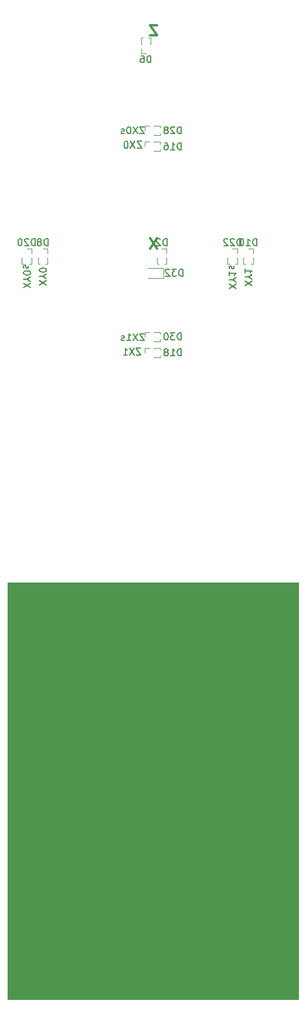
<source format=gbr>
G04 #@! TF.GenerationSoftware,KiCad,Pcbnew,(5.1.6-0)*
G04 #@! TF.CreationDate,2021-01-08T20:23:25+00:00*
G04 #@! TF.ProjectId,XMAS_Star_21,584d4153-5f53-4746-9172-5f32312e6b69,rev?*
G04 #@! TF.SameCoordinates,Original*
G04 #@! TF.FileFunction,Legend,Bot*
G04 #@! TF.FilePolarity,Positive*
%FSLAX46Y46*%
G04 Gerber Fmt 4.6, Leading zero omitted, Abs format (unit mm)*
G04 Created by KiCad (PCBNEW (5.1.6-0)) date 2021-01-08 20:23:25*
%MOMM*%
%LPD*%
G01*
G04 APERTURE LIST*
%ADD10C,0.100000*%
%ADD11C,0.150000*%
%ADD12C,0.300000*%
%ADD13C,0.120000*%
G04 APERTURE END LIST*
D10*
G36*
X120940000Y-186830000D02*
G01*
X78940000Y-186830000D01*
X78940000Y-126830000D01*
X120940000Y-126830000D01*
X120940000Y-186830000D01*
G37*
X120940000Y-186830000D02*
X78940000Y-186830000D01*
X78940000Y-126830000D01*
X120940000Y-126830000D01*
X120940000Y-186830000D01*
D11*
X98690476Y-90952380D02*
X98023809Y-90952380D01*
X98690476Y-91952380D01*
X98023809Y-91952380D01*
X97738095Y-90952380D02*
X97071428Y-91952380D01*
X97071428Y-90952380D02*
X97738095Y-91952380D01*
X96166666Y-91952380D02*
X96738095Y-91952380D01*
X96452380Y-91952380D02*
X96452380Y-90952380D01*
X96547619Y-91095238D01*
X96642857Y-91190476D01*
X96738095Y-91238095D01*
X95785714Y-91904761D02*
X95690476Y-91952380D01*
X95500000Y-91952380D01*
X95404761Y-91904761D01*
X95357142Y-91809523D01*
X95357142Y-91761904D01*
X95404761Y-91666666D01*
X95500000Y-91619047D01*
X95642857Y-91619047D01*
X95738095Y-91571428D01*
X95785714Y-91476190D01*
X95785714Y-91428571D01*
X95738095Y-91333333D01*
X95642857Y-91285714D01*
X95500000Y-91285714D01*
X95404761Y-91333333D01*
X98690476Y-61152380D02*
X98023809Y-61152380D01*
X98690476Y-62152380D01*
X98023809Y-62152380D01*
X97738095Y-61152380D02*
X97071428Y-62152380D01*
X97071428Y-61152380D02*
X97738095Y-62152380D01*
X96500000Y-61152380D02*
X96404761Y-61152380D01*
X96309523Y-61200000D01*
X96261904Y-61247619D01*
X96214285Y-61342857D01*
X96166666Y-61533333D01*
X96166666Y-61771428D01*
X96214285Y-61961904D01*
X96261904Y-62057142D01*
X96309523Y-62104761D01*
X96404761Y-62152380D01*
X96500000Y-62152380D01*
X96595238Y-62104761D01*
X96642857Y-62057142D01*
X96690476Y-61961904D01*
X96738095Y-61771428D01*
X96738095Y-61533333D01*
X96690476Y-61342857D01*
X96642857Y-61247619D01*
X96595238Y-61200000D01*
X96500000Y-61152380D01*
X95785714Y-62104761D02*
X95690476Y-62152380D01*
X95500000Y-62152380D01*
X95404761Y-62104761D01*
X95357142Y-62009523D01*
X95357142Y-61961904D01*
X95404761Y-61866666D01*
X95500000Y-61819047D01*
X95642857Y-61819047D01*
X95738095Y-61771428D01*
X95785714Y-61676190D01*
X95785714Y-61628571D01*
X95738095Y-61533333D01*
X95642857Y-61485714D01*
X95500000Y-61485714D01*
X95404761Y-61533333D01*
X111947619Y-84442857D02*
X110947619Y-83776190D01*
X111947619Y-83776190D02*
X110947619Y-84442857D01*
X111423809Y-83204761D02*
X110947619Y-83204761D01*
X111947619Y-83538095D02*
X111423809Y-83204761D01*
X111947619Y-82871428D01*
X110947619Y-82014285D02*
X110947619Y-82585714D01*
X110947619Y-82300000D02*
X111947619Y-82300000D01*
X111804761Y-82395238D01*
X111709523Y-82490476D01*
X111661904Y-82585714D01*
X110995238Y-81633333D02*
X110947619Y-81538095D01*
X110947619Y-81347619D01*
X110995238Y-81252380D01*
X111090476Y-81204761D01*
X111138095Y-81204761D01*
X111233333Y-81252380D01*
X111280952Y-81347619D01*
X111280952Y-81490476D01*
X111328571Y-81585714D01*
X111423809Y-81633333D01*
X111471428Y-81633333D01*
X111566666Y-81585714D01*
X111614285Y-81490476D01*
X111614285Y-81347619D01*
X111566666Y-81252380D01*
X82247619Y-84342857D02*
X81247619Y-83676190D01*
X82247619Y-83676190D02*
X81247619Y-84342857D01*
X81723809Y-83104761D02*
X81247619Y-83104761D01*
X82247619Y-83438095D02*
X81723809Y-83104761D01*
X82247619Y-82771428D01*
X82247619Y-82247619D02*
X82247619Y-82152380D01*
X82200000Y-82057142D01*
X82152380Y-82009523D01*
X82057142Y-81961904D01*
X81866666Y-81914285D01*
X81628571Y-81914285D01*
X81438095Y-81961904D01*
X81342857Y-82009523D01*
X81295238Y-82057142D01*
X81247619Y-82152380D01*
X81247619Y-82247619D01*
X81295238Y-82342857D01*
X81342857Y-82390476D01*
X81438095Y-82438095D01*
X81628571Y-82485714D01*
X81866666Y-82485714D01*
X82057142Y-82438095D01*
X82152380Y-82390476D01*
X82200000Y-82342857D01*
X82247619Y-82247619D01*
X81295238Y-81533333D02*
X81247619Y-81438095D01*
X81247619Y-81247619D01*
X81295238Y-81152380D01*
X81390476Y-81104761D01*
X81438095Y-81104761D01*
X81533333Y-81152380D01*
X81580952Y-81247619D01*
X81580952Y-81390476D01*
X81628571Y-81485714D01*
X81723809Y-81533333D01*
X81771428Y-81533333D01*
X81866666Y-81485714D01*
X81914285Y-81390476D01*
X81914285Y-81247619D01*
X81866666Y-81152380D01*
X98185714Y-93052380D02*
X97519047Y-93052380D01*
X98185714Y-94052380D01*
X97519047Y-94052380D01*
X97233333Y-93052380D02*
X96566666Y-94052380D01*
X96566666Y-93052380D02*
X97233333Y-94052380D01*
X95661904Y-94052380D02*
X96233333Y-94052380D01*
X95947619Y-94052380D02*
X95947619Y-93052380D01*
X96042857Y-93195238D01*
X96138095Y-93290476D01*
X96233333Y-93338095D01*
X98285714Y-63252380D02*
X97619047Y-63252380D01*
X98285714Y-64252380D01*
X97619047Y-64252380D01*
X97333333Y-63252380D02*
X96666666Y-64252380D01*
X96666666Y-63252380D02*
X97333333Y-64252380D01*
X96095238Y-63252380D02*
X96000000Y-63252380D01*
X95904761Y-63300000D01*
X95857142Y-63347619D01*
X95809523Y-63442857D01*
X95761904Y-63633333D01*
X95761904Y-63871428D01*
X95809523Y-64061904D01*
X95857142Y-64157142D01*
X95904761Y-64204761D01*
X96000000Y-64252380D01*
X96095238Y-64252380D01*
X96190476Y-64204761D01*
X96238095Y-64157142D01*
X96285714Y-64061904D01*
X96333333Y-63871428D01*
X96333333Y-63633333D01*
X96285714Y-63442857D01*
X96238095Y-63347619D01*
X96190476Y-63300000D01*
X96095238Y-63252380D01*
X84547619Y-83938095D02*
X83547619Y-83271428D01*
X84547619Y-83271428D02*
X83547619Y-83938095D01*
X84023809Y-82700000D02*
X83547619Y-82700000D01*
X84547619Y-83033333D02*
X84023809Y-82700000D01*
X84547619Y-82366666D01*
X84547619Y-81842857D02*
X84547619Y-81747619D01*
X84500000Y-81652380D01*
X84452380Y-81604761D01*
X84357142Y-81557142D01*
X84166666Y-81509523D01*
X83928571Y-81509523D01*
X83738095Y-81557142D01*
X83642857Y-81604761D01*
X83595238Y-81652380D01*
X83547619Y-81747619D01*
X83547619Y-81842857D01*
X83595238Y-81938095D01*
X83642857Y-81985714D01*
X83738095Y-82033333D01*
X83928571Y-82080952D01*
X84166666Y-82080952D01*
X84357142Y-82033333D01*
X84452380Y-81985714D01*
X84500000Y-81938095D01*
X84547619Y-81842857D01*
X114247619Y-84038095D02*
X113247619Y-83371428D01*
X114247619Y-83371428D02*
X113247619Y-84038095D01*
X113723809Y-82800000D02*
X113247619Y-82800000D01*
X114247619Y-83133333D02*
X113723809Y-82800000D01*
X114247619Y-82466666D01*
X113247619Y-81609523D02*
X113247619Y-82180952D01*
X113247619Y-81895238D02*
X114247619Y-81895238D01*
X114104761Y-81990476D01*
X114009523Y-82085714D01*
X113961904Y-82180952D01*
D12*
X99500000Y-48021428D02*
X100500000Y-48021428D01*
X99500000Y-46521428D01*
X100500000Y-46521428D01*
X99500000Y-77178571D02*
X100500000Y-78678571D01*
X100500000Y-77178571D02*
X99500000Y-78678571D01*
D13*
X99200000Y-81485000D02*
X101485000Y-81485000D01*
X101485000Y-81485000D02*
X101485000Y-82955000D01*
X101485000Y-82955000D02*
X99200000Y-82955000D01*
X100960000Y-90705000D02*
X100960000Y-91005507D01*
X100960000Y-91794493D02*
X100960000Y-92095000D01*
X100085000Y-90705000D02*
X100960000Y-90705000D01*
X100085000Y-92095000D02*
X100960000Y-92095000D01*
X100085000Y-90705000D02*
X100085000Y-90791724D01*
X100085000Y-92008276D02*
X100085000Y-92095000D01*
X99400000Y-90705000D02*
X98715000Y-90705000D01*
X98715000Y-90705000D02*
X98715000Y-91400000D01*
X100960000Y-61005000D02*
X100960000Y-61305507D01*
X100960000Y-62094493D02*
X100960000Y-62395000D01*
X100085000Y-61005000D02*
X100960000Y-61005000D01*
X100085000Y-62395000D02*
X100960000Y-62395000D01*
X100085000Y-61005000D02*
X100085000Y-61091724D01*
X100085000Y-62308276D02*
X100085000Y-62395000D01*
X99400000Y-61005000D02*
X98715000Y-61005000D01*
X98715000Y-61005000D02*
X98715000Y-61700000D01*
X112095000Y-80960000D02*
X111794493Y-80960000D01*
X111005507Y-80960000D02*
X110705000Y-80960000D01*
X112095000Y-80085000D02*
X112095000Y-80960000D01*
X110705000Y-80085000D02*
X110705000Y-80960000D01*
X112095000Y-80085000D02*
X112008276Y-80085000D01*
X110791724Y-80085000D02*
X110705000Y-80085000D01*
X112095000Y-79400000D02*
X112095000Y-78715000D01*
X112095000Y-78715000D02*
X111400000Y-78715000D01*
X82395000Y-80960000D02*
X82094493Y-80960000D01*
X81305507Y-80960000D02*
X81005000Y-80960000D01*
X82395000Y-80085000D02*
X82395000Y-80960000D01*
X81005000Y-80085000D02*
X81005000Y-80960000D01*
X82395000Y-80085000D02*
X82308276Y-80085000D01*
X81091724Y-80085000D02*
X81005000Y-80085000D01*
X82395000Y-79400000D02*
X82395000Y-78715000D01*
X82395000Y-78715000D02*
X81700000Y-78715000D01*
X98715000Y-93005000D02*
X98715000Y-93700000D01*
X99400000Y-93005000D02*
X98715000Y-93005000D01*
X100085000Y-94308276D02*
X100085000Y-94395000D01*
X100085000Y-93005000D02*
X100085000Y-93091724D01*
X100085000Y-94395000D02*
X100960000Y-94395000D01*
X100085000Y-93005000D02*
X100960000Y-93005000D01*
X100960000Y-94094493D02*
X100960000Y-94395000D01*
X100960000Y-93005000D02*
X100960000Y-93305507D01*
X98715000Y-63305000D02*
X98715000Y-64000000D01*
X99400000Y-63305000D02*
X98715000Y-63305000D01*
X100085000Y-64608276D02*
X100085000Y-64695000D01*
X100085000Y-63305000D02*
X100085000Y-63391724D01*
X100085000Y-64695000D02*
X100960000Y-64695000D01*
X100085000Y-63305000D02*
X100960000Y-63305000D01*
X100960000Y-64394493D02*
X100960000Y-64695000D01*
X100960000Y-63305000D02*
X100960000Y-63605507D01*
X114395000Y-80960000D02*
X114094493Y-80960000D01*
X113305507Y-80960000D02*
X113005000Y-80960000D01*
X114395000Y-80085000D02*
X114395000Y-80960000D01*
X113005000Y-80085000D02*
X113005000Y-80960000D01*
X114395000Y-80085000D02*
X114308276Y-80085000D01*
X113091724Y-80085000D02*
X113005000Y-80085000D01*
X114395000Y-79400000D02*
X114395000Y-78715000D01*
X114395000Y-78715000D02*
X113700000Y-78715000D01*
X84695000Y-80960000D02*
X84394493Y-80960000D01*
X83605507Y-80960000D02*
X83305000Y-80960000D01*
X84695000Y-80085000D02*
X84695000Y-80960000D01*
X83305000Y-80085000D02*
X83305000Y-80960000D01*
X84695000Y-80085000D02*
X84608276Y-80085000D01*
X83391724Y-80085000D02*
X83305000Y-80085000D01*
X84695000Y-79400000D02*
X84695000Y-78715000D01*
X84695000Y-78715000D02*
X84000000Y-78715000D01*
X98205000Y-48340000D02*
X98505507Y-48340000D01*
X99294493Y-48340000D02*
X99595000Y-48340000D01*
X98205000Y-49215000D02*
X98205000Y-48340000D01*
X99595000Y-49215000D02*
X99595000Y-48340000D01*
X98205000Y-49215000D02*
X98291724Y-49215000D01*
X99508276Y-49215000D02*
X99595000Y-49215000D01*
X98205000Y-49900000D02*
X98205000Y-50585000D01*
X98205000Y-50585000D02*
X98900000Y-50585000D01*
X101895000Y-80960000D02*
X101594493Y-80960000D01*
X100805507Y-80960000D02*
X100505000Y-80960000D01*
X101895000Y-80085000D02*
X101895000Y-80960000D01*
X100505000Y-80085000D02*
X100505000Y-80960000D01*
X101895000Y-80085000D02*
X101808276Y-80085000D01*
X100591724Y-80085000D02*
X100505000Y-80085000D01*
X101895000Y-79400000D02*
X101895000Y-78715000D01*
X101895000Y-78715000D02*
X101200000Y-78715000D01*
D11*
X104214285Y-82672380D02*
X104214285Y-81672380D01*
X103976190Y-81672380D01*
X103833333Y-81720000D01*
X103738095Y-81815238D01*
X103690476Y-81910476D01*
X103642857Y-82100952D01*
X103642857Y-82243809D01*
X103690476Y-82434285D01*
X103738095Y-82529523D01*
X103833333Y-82624761D01*
X103976190Y-82672380D01*
X104214285Y-82672380D01*
X103309523Y-81672380D02*
X102690476Y-81672380D01*
X103023809Y-82053333D01*
X102880952Y-82053333D01*
X102785714Y-82100952D01*
X102738095Y-82148571D01*
X102690476Y-82243809D01*
X102690476Y-82481904D01*
X102738095Y-82577142D01*
X102785714Y-82624761D01*
X102880952Y-82672380D01*
X103166666Y-82672380D01*
X103261904Y-82624761D01*
X103309523Y-82577142D01*
X102309523Y-81767619D02*
X102261904Y-81720000D01*
X102166666Y-81672380D01*
X101928571Y-81672380D01*
X101833333Y-81720000D01*
X101785714Y-81767619D01*
X101738095Y-81862857D01*
X101738095Y-81958095D01*
X101785714Y-82100952D01*
X102357142Y-82672380D01*
X101738095Y-82672380D01*
X104014285Y-91852380D02*
X104014285Y-90852380D01*
X103776190Y-90852380D01*
X103633333Y-90900000D01*
X103538095Y-90995238D01*
X103490476Y-91090476D01*
X103442857Y-91280952D01*
X103442857Y-91423809D01*
X103490476Y-91614285D01*
X103538095Y-91709523D01*
X103633333Y-91804761D01*
X103776190Y-91852380D01*
X104014285Y-91852380D01*
X103109523Y-90852380D02*
X102490476Y-90852380D01*
X102823809Y-91233333D01*
X102680952Y-91233333D01*
X102585714Y-91280952D01*
X102538095Y-91328571D01*
X102490476Y-91423809D01*
X102490476Y-91661904D01*
X102538095Y-91757142D01*
X102585714Y-91804761D01*
X102680952Y-91852380D01*
X102966666Y-91852380D01*
X103061904Y-91804761D01*
X103109523Y-91757142D01*
X101871428Y-90852380D02*
X101776190Y-90852380D01*
X101680952Y-90900000D01*
X101633333Y-90947619D01*
X101585714Y-91042857D01*
X101538095Y-91233333D01*
X101538095Y-91471428D01*
X101585714Y-91661904D01*
X101633333Y-91757142D01*
X101680952Y-91804761D01*
X101776190Y-91852380D01*
X101871428Y-91852380D01*
X101966666Y-91804761D01*
X102014285Y-91757142D01*
X102061904Y-91661904D01*
X102109523Y-91471428D01*
X102109523Y-91233333D01*
X102061904Y-91042857D01*
X102014285Y-90947619D01*
X101966666Y-90900000D01*
X101871428Y-90852380D01*
X104014285Y-62152380D02*
X104014285Y-61152380D01*
X103776190Y-61152380D01*
X103633333Y-61200000D01*
X103538095Y-61295238D01*
X103490476Y-61390476D01*
X103442857Y-61580952D01*
X103442857Y-61723809D01*
X103490476Y-61914285D01*
X103538095Y-62009523D01*
X103633333Y-62104761D01*
X103776190Y-62152380D01*
X104014285Y-62152380D01*
X103061904Y-61247619D02*
X103014285Y-61200000D01*
X102919047Y-61152380D01*
X102680952Y-61152380D01*
X102585714Y-61200000D01*
X102538095Y-61247619D01*
X102490476Y-61342857D01*
X102490476Y-61438095D01*
X102538095Y-61580952D01*
X103109523Y-62152380D01*
X102490476Y-62152380D01*
X101919047Y-61580952D02*
X102014285Y-61533333D01*
X102061904Y-61485714D01*
X102109523Y-61390476D01*
X102109523Y-61342857D01*
X102061904Y-61247619D01*
X102014285Y-61200000D01*
X101919047Y-61152380D01*
X101728571Y-61152380D01*
X101633333Y-61200000D01*
X101585714Y-61247619D01*
X101538095Y-61342857D01*
X101538095Y-61390476D01*
X101585714Y-61485714D01*
X101633333Y-61533333D01*
X101728571Y-61580952D01*
X101919047Y-61580952D01*
X102014285Y-61628571D01*
X102061904Y-61676190D01*
X102109523Y-61771428D01*
X102109523Y-61961904D01*
X102061904Y-62057142D01*
X102014285Y-62104761D01*
X101919047Y-62152380D01*
X101728571Y-62152380D01*
X101633333Y-62104761D01*
X101585714Y-62057142D01*
X101538095Y-61961904D01*
X101538095Y-61771428D01*
X101585714Y-61676190D01*
X101633333Y-61628571D01*
X101728571Y-61580952D01*
X112614285Y-78292380D02*
X112614285Y-77292380D01*
X112376190Y-77292380D01*
X112233333Y-77340000D01*
X112138095Y-77435238D01*
X112090476Y-77530476D01*
X112042857Y-77720952D01*
X112042857Y-77863809D01*
X112090476Y-78054285D01*
X112138095Y-78149523D01*
X112233333Y-78244761D01*
X112376190Y-78292380D01*
X112614285Y-78292380D01*
X111661904Y-77387619D02*
X111614285Y-77340000D01*
X111519047Y-77292380D01*
X111280952Y-77292380D01*
X111185714Y-77340000D01*
X111138095Y-77387619D01*
X111090476Y-77482857D01*
X111090476Y-77578095D01*
X111138095Y-77720952D01*
X111709523Y-78292380D01*
X111090476Y-78292380D01*
X110709523Y-77387619D02*
X110661904Y-77340000D01*
X110566666Y-77292380D01*
X110328571Y-77292380D01*
X110233333Y-77340000D01*
X110185714Y-77387619D01*
X110138095Y-77482857D01*
X110138095Y-77578095D01*
X110185714Y-77720952D01*
X110757142Y-78292380D01*
X110138095Y-78292380D01*
X82914285Y-78292380D02*
X82914285Y-77292380D01*
X82676190Y-77292380D01*
X82533333Y-77340000D01*
X82438095Y-77435238D01*
X82390476Y-77530476D01*
X82342857Y-77720952D01*
X82342857Y-77863809D01*
X82390476Y-78054285D01*
X82438095Y-78149523D01*
X82533333Y-78244761D01*
X82676190Y-78292380D01*
X82914285Y-78292380D01*
X81961904Y-77387619D02*
X81914285Y-77340000D01*
X81819047Y-77292380D01*
X81580952Y-77292380D01*
X81485714Y-77340000D01*
X81438095Y-77387619D01*
X81390476Y-77482857D01*
X81390476Y-77578095D01*
X81438095Y-77720952D01*
X82009523Y-78292380D01*
X81390476Y-78292380D01*
X80771428Y-77292380D02*
X80676190Y-77292380D01*
X80580952Y-77340000D01*
X80533333Y-77387619D01*
X80485714Y-77482857D01*
X80438095Y-77673333D01*
X80438095Y-77911428D01*
X80485714Y-78101904D01*
X80533333Y-78197142D01*
X80580952Y-78244761D01*
X80676190Y-78292380D01*
X80771428Y-78292380D01*
X80866666Y-78244761D01*
X80914285Y-78197142D01*
X80961904Y-78101904D01*
X81009523Y-77911428D01*
X81009523Y-77673333D01*
X80961904Y-77482857D01*
X80914285Y-77387619D01*
X80866666Y-77340000D01*
X80771428Y-77292380D01*
X104014285Y-94152380D02*
X104014285Y-93152380D01*
X103776190Y-93152380D01*
X103633333Y-93200000D01*
X103538095Y-93295238D01*
X103490476Y-93390476D01*
X103442857Y-93580952D01*
X103442857Y-93723809D01*
X103490476Y-93914285D01*
X103538095Y-94009523D01*
X103633333Y-94104761D01*
X103776190Y-94152380D01*
X104014285Y-94152380D01*
X102490476Y-94152380D02*
X103061904Y-94152380D01*
X102776190Y-94152380D02*
X102776190Y-93152380D01*
X102871428Y-93295238D01*
X102966666Y-93390476D01*
X103061904Y-93438095D01*
X101919047Y-93580952D02*
X102014285Y-93533333D01*
X102061904Y-93485714D01*
X102109523Y-93390476D01*
X102109523Y-93342857D01*
X102061904Y-93247619D01*
X102014285Y-93200000D01*
X101919047Y-93152380D01*
X101728571Y-93152380D01*
X101633333Y-93200000D01*
X101585714Y-93247619D01*
X101538095Y-93342857D01*
X101538095Y-93390476D01*
X101585714Y-93485714D01*
X101633333Y-93533333D01*
X101728571Y-93580952D01*
X101919047Y-93580952D01*
X102014285Y-93628571D01*
X102061904Y-93676190D01*
X102109523Y-93771428D01*
X102109523Y-93961904D01*
X102061904Y-94057142D01*
X102014285Y-94104761D01*
X101919047Y-94152380D01*
X101728571Y-94152380D01*
X101633333Y-94104761D01*
X101585714Y-94057142D01*
X101538095Y-93961904D01*
X101538095Y-93771428D01*
X101585714Y-93676190D01*
X101633333Y-93628571D01*
X101728571Y-93580952D01*
X104014285Y-64452380D02*
X104014285Y-63452380D01*
X103776190Y-63452380D01*
X103633333Y-63500000D01*
X103538095Y-63595238D01*
X103490476Y-63690476D01*
X103442857Y-63880952D01*
X103442857Y-64023809D01*
X103490476Y-64214285D01*
X103538095Y-64309523D01*
X103633333Y-64404761D01*
X103776190Y-64452380D01*
X104014285Y-64452380D01*
X102490476Y-64452380D02*
X103061904Y-64452380D01*
X102776190Y-64452380D02*
X102776190Y-63452380D01*
X102871428Y-63595238D01*
X102966666Y-63690476D01*
X103061904Y-63738095D01*
X101633333Y-63452380D02*
X101823809Y-63452380D01*
X101919047Y-63500000D01*
X101966666Y-63547619D01*
X102061904Y-63690476D01*
X102109523Y-63880952D01*
X102109523Y-64261904D01*
X102061904Y-64357142D01*
X102014285Y-64404761D01*
X101919047Y-64452380D01*
X101728571Y-64452380D01*
X101633333Y-64404761D01*
X101585714Y-64357142D01*
X101538095Y-64261904D01*
X101538095Y-64023809D01*
X101585714Y-63928571D01*
X101633333Y-63880952D01*
X101728571Y-63833333D01*
X101919047Y-63833333D01*
X102014285Y-63880952D01*
X102061904Y-63928571D01*
X102109523Y-64023809D01*
X114914285Y-78292380D02*
X114914285Y-77292380D01*
X114676190Y-77292380D01*
X114533333Y-77340000D01*
X114438095Y-77435238D01*
X114390476Y-77530476D01*
X114342857Y-77720952D01*
X114342857Y-77863809D01*
X114390476Y-78054285D01*
X114438095Y-78149523D01*
X114533333Y-78244761D01*
X114676190Y-78292380D01*
X114914285Y-78292380D01*
X113390476Y-78292380D02*
X113961904Y-78292380D01*
X113676190Y-78292380D02*
X113676190Y-77292380D01*
X113771428Y-77435238D01*
X113866666Y-77530476D01*
X113961904Y-77578095D01*
X112771428Y-77292380D02*
X112676190Y-77292380D01*
X112580952Y-77340000D01*
X112533333Y-77387619D01*
X112485714Y-77482857D01*
X112438095Y-77673333D01*
X112438095Y-77911428D01*
X112485714Y-78101904D01*
X112533333Y-78197142D01*
X112580952Y-78244761D01*
X112676190Y-78292380D01*
X112771428Y-78292380D01*
X112866666Y-78244761D01*
X112914285Y-78197142D01*
X112961904Y-78101904D01*
X113009523Y-77911428D01*
X113009523Y-77673333D01*
X112961904Y-77482857D01*
X112914285Y-77387619D01*
X112866666Y-77340000D01*
X112771428Y-77292380D01*
X84738095Y-78292380D02*
X84738095Y-77292380D01*
X84500000Y-77292380D01*
X84357142Y-77340000D01*
X84261904Y-77435238D01*
X84214285Y-77530476D01*
X84166666Y-77720952D01*
X84166666Y-77863809D01*
X84214285Y-78054285D01*
X84261904Y-78149523D01*
X84357142Y-78244761D01*
X84500000Y-78292380D01*
X84738095Y-78292380D01*
X83595238Y-77720952D02*
X83690476Y-77673333D01*
X83738095Y-77625714D01*
X83785714Y-77530476D01*
X83785714Y-77482857D01*
X83738095Y-77387619D01*
X83690476Y-77340000D01*
X83595238Y-77292380D01*
X83404761Y-77292380D01*
X83309523Y-77340000D01*
X83261904Y-77387619D01*
X83214285Y-77482857D01*
X83214285Y-77530476D01*
X83261904Y-77625714D01*
X83309523Y-77673333D01*
X83404761Y-77720952D01*
X83595238Y-77720952D01*
X83690476Y-77768571D01*
X83738095Y-77816190D01*
X83785714Y-77911428D01*
X83785714Y-78101904D01*
X83738095Y-78197142D01*
X83690476Y-78244761D01*
X83595238Y-78292380D01*
X83404761Y-78292380D01*
X83309523Y-78244761D01*
X83261904Y-78197142D01*
X83214285Y-78101904D01*
X83214285Y-77911428D01*
X83261904Y-77816190D01*
X83309523Y-77768571D01*
X83404761Y-77720952D01*
X99638095Y-51912380D02*
X99638095Y-50912380D01*
X99400000Y-50912380D01*
X99257142Y-50960000D01*
X99161904Y-51055238D01*
X99114285Y-51150476D01*
X99066666Y-51340952D01*
X99066666Y-51483809D01*
X99114285Y-51674285D01*
X99161904Y-51769523D01*
X99257142Y-51864761D01*
X99400000Y-51912380D01*
X99638095Y-51912380D01*
X98209523Y-50912380D02*
X98400000Y-50912380D01*
X98495238Y-50960000D01*
X98542857Y-51007619D01*
X98638095Y-51150476D01*
X98685714Y-51340952D01*
X98685714Y-51721904D01*
X98638095Y-51817142D01*
X98590476Y-51864761D01*
X98495238Y-51912380D01*
X98304761Y-51912380D01*
X98209523Y-51864761D01*
X98161904Y-51817142D01*
X98114285Y-51721904D01*
X98114285Y-51483809D01*
X98161904Y-51388571D01*
X98209523Y-51340952D01*
X98304761Y-51293333D01*
X98495238Y-51293333D01*
X98590476Y-51340952D01*
X98638095Y-51388571D01*
X98685714Y-51483809D01*
X101938095Y-78292380D02*
X101938095Y-77292380D01*
X101700000Y-77292380D01*
X101557142Y-77340000D01*
X101461904Y-77435238D01*
X101414285Y-77530476D01*
X101366666Y-77720952D01*
X101366666Y-77863809D01*
X101414285Y-78054285D01*
X101461904Y-78149523D01*
X101557142Y-78244761D01*
X101700000Y-78292380D01*
X101938095Y-78292380D01*
X100985714Y-77387619D02*
X100938095Y-77340000D01*
X100842857Y-77292380D01*
X100604761Y-77292380D01*
X100509523Y-77340000D01*
X100461904Y-77387619D01*
X100414285Y-77482857D01*
X100414285Y-77578095D01*
X100461904Y-77720952D01*
X101033333Y-78292380D01*
X100414285Y-78292380D01*
M02*

</source>
